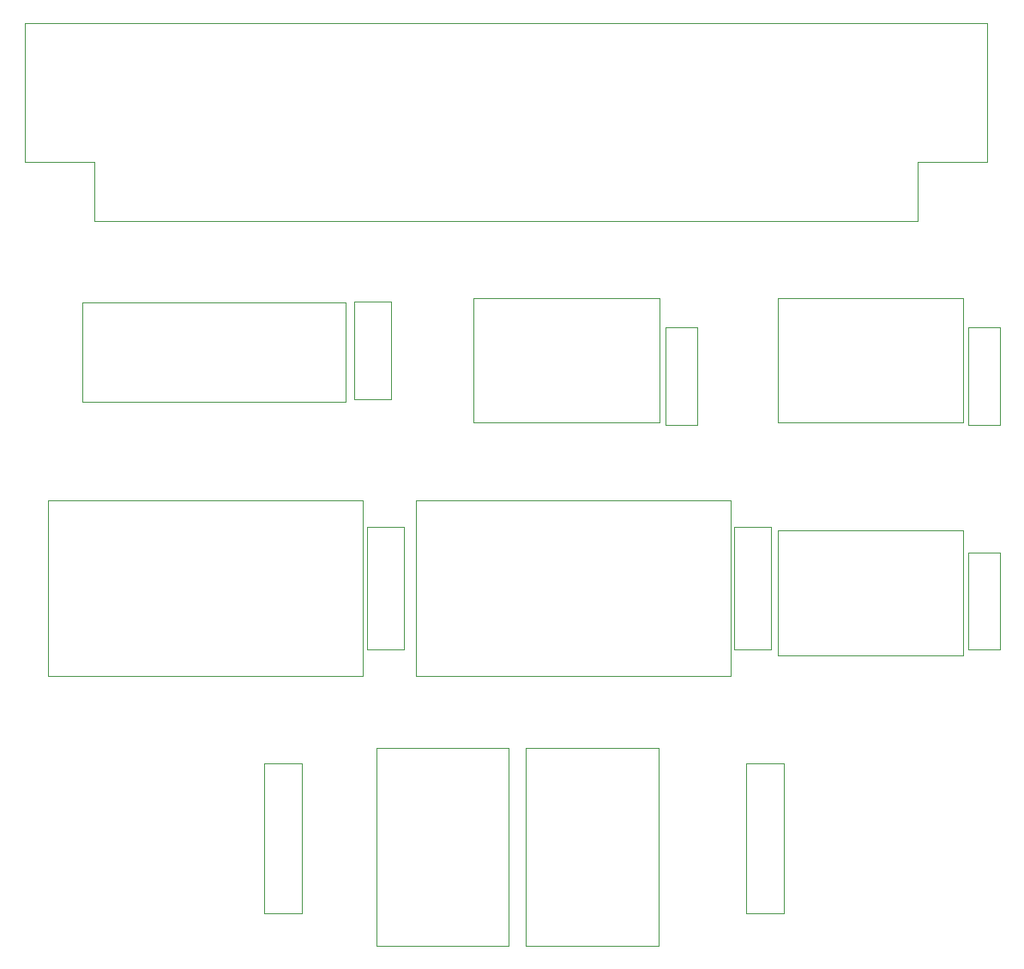
<source format=gbr>
%TF.GenerationSoftware,KiCad,Pcbnew,(5.1.12)-1*%
%TF.CreationDate,2022-04-03T13:26:01+02:00*%
%TF.ProjectId,ec1834-post,65633138-3334-42d7-906f-73742e6b6963,rev?*%
%TF.SameCoordinates,Original*%
%TF.FileFunction,Other,User*%
%FSLAX46Y46*%
G04 Gerber Fmt 4.6, Leading zero omitted, Abs format (unit mm)*
G04 Created by KiCad (PCBNEW (5.1.12)-1) date 2022-04-03 13:26:01*
%MOMM*%
%LPD*%
G01*
G04 APERTURE LIST*
%ADD10C,0.050000*%
G04 APERTURE END LIST*
D10*
%TO.C,C1*%
X84175000Y-42885000D02*
X84175000Y-52485000D01*
X87275000Y-42885000D02*
X84175000Y-42885000D01*
X87275000Y-52485000D02*
X87275000Y-42885000D01*
X84175000Y-52485000D02*
X87275000Y-52485000D01*
%TO.C,U2*%
X113550000Y-39950000D02*
X95200000Y-39950000D01*
X95200000Y-39950000D02*
X95200000Y-52250000D01*
X95200000Y-52250000D02*
X113550000Y-52250000D01*
X113550000Y-52250000D02*
X113550000Y-39950000D01*
%TO.C,U5*%
X54255000Y-59950000D02*
X23205000Y-59950000D01*
X23205000Y-59950000D02*
X23205000Y-77300000D01*
X23205000Y-77300000D02*
X54255000Y-77300000D01*
X54255000Y-77300000D02*
X54255000Y-59950000D01*
%TO.C,C6*%
X90910000Y-62610000D02*
X90910000Y-74710000D01*
X94510000Y-62610000D02*
X90910000Y-62610000D01*
X94510000Y-74710000D02*
X94510000Y-62610000D01*
X90910000Y-74710000D02*
X94510000Y-74710000D01*
%TO.C,C5*%
X54715000Y-62610000D02*
X54715000Y-74710000D01*
X58315000Y-62610000D02*
X54715000Y-62610000D01*
X58315000Y-74710000D02*
X58315000Y-62610000D01*
X54715000Y-74710000D02*
X58315000Y-74710000D01*
%TO.C,C4*%
X53445000Y-40345000D02*
X53445000Y-49945000D01*
X57045000Y-40345000D02*
X53445000Y-40345000D01*
X57045000Y-49945000D02*
X57045000Y-40345000D01*
X53445000Y-49945000D02*
X57045000Y-49945000D01*
%TO.C,C3*%
X114020000Y-65110000D02*
X114020000Y-74710000D01*
X117120000Y-65110000D02*
X114020000Y-65110000D01*
X117120000Y-74710000D02*
X117120000Y-65110000D01*
X114020000Y-74710000D02*
X117120000Y-74710000D01*
%TO.C,C2*%
X114020000Y-42885000D02*
X114020000Y-52485000D01*
X117120000Y-42885000D02*
X114020000Y-42885000D01*
X117120000Y-52485000D02*
X117120000Y-42885000D01*
X114020000Y-52485000D02*
X117120000Y-52485000D01*
%TO.C,U1*%
X83550000Y-39950000D02*
X65200000Y-39950000D01*
X65200000Y-39950000D02*
X65200000Y-52250000D01*
X65200000Y-52250000D02*
X83550000Y-52250000D01*
X83550000Y-52250000D02*
X83550000Y-39950000D01*
%TO.C,U4*%
X52550000Y-40385000D02*
X26600000Y-40385000D01*
X26600000Y-40385000D02*
X26600000Y-50185000D01*
X26600000Y-50185000D02*
X52550000Y-50185000D01*
X52550000Y-50185000D02*
X52550000Y-40385000D01*
%TO.C,U0*%
X20870000Y-12770000D02*
X20870000Y-26500000D01*
X20870000Y-26500000D02*
X27730000Y-26500000D01*
X27730000Y-26500000D02*
X27730000Y-32360000D01*
X27730000Y-32360000D02*
X109020000Y-32360000D01*
X109020000Y-32360000D02*
X109020000Y-26500000D01*
X109020000Y-26500000D02*
X115870000Y-26500000D01*
X115870000Y-26500000D02*
X115870000Y-12770000D01*
X115870000Y-12770000D02*
X20870000Y-12770000D01*
%TO.C,U6*%
X90550000Y-59950000D02*
X59500000Y-59950000D01*
X59500000Y-59950000D02*
X59500000Y-77300000D01*
X59500000Y-77300000D02*
X90550000Y-77300000D01*
X90550000Y-77300000D02*
X90550000Y-59950000D01*
%TO.C,U3*%
X113550000Y-62950000D02*
X95200000Y-62950000D01*
X95200000Y-62950000D02*
X95200000Y-75250000D01*
X95200000Y-75250000D02*
X113550000Y-75250000D01*
X113550000Y-75250000D02*
X113550000Y-62950000D01*
%TO.C,R2*%
X92130000Y-100745000D02*
X95830000Y-100745000D01*
X95830000Y-100745000D02*
X95830000Y-85945000D01*
X95830000Y-85945000D02*
X92130000Y-85945000D01*
X92130000Y-85945000D02*
X92130000Y-100745000D01*
%TO.C,R1*%
X44505000Y-100745000D02*
X48205000Y-100745000D01*
X48205000Y-100745000D02*
X48205000Y-85945000D01*
X48205000Y-85945000D02*
X44505000Y-85945000D01*
X44505000Y-85945000D02*
X44505000Y-100745000D01*
%TO.C,AFF2*%
X55580000Y-84395000D02*
X55580000Y-103955000D01*
X68680000Y-84395000D02*
X68680000Y-103955000D01*
X68680000Y-103955000D02*
X55580000Y-103955000D01*
X68680000Y-84395000D02*
X55580000Y-84395000D01*
%TO.C,AFF1*%
X70370000Y-84395000D02*
X70370000Y-103955000D01*
X83470000Y-84395000D02*
X83470000Y-103955000D01*
X83470000Y-103955000D02*
X70370000Y-103955000D01*
X83470000Y-84395000D02*
X70370000Y-84395000D01*
%TD*%
M02*

</source>
